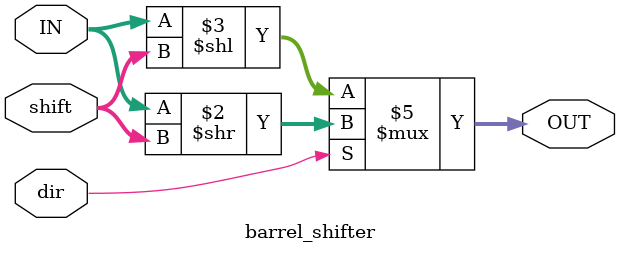
<source format=v>
module barrel_shifter(
  input [7:0]IN,
  output reg [7:0]OUT,
  input dir,//if 1 right shift //if 0 left shift
  input [2:0]shift //2^3=8
);

always @(*)begin
  if(dir)
    OUT  = IN>>shift;
  else
    OUT = IN<<shift;  
end
// rotate
// always @(*) begin
//   if (dir)   // rotate right
//     OUT = (IN >> shift) | (IN << (8 - shift));
//   else       // rotate left
//     OUT = (IN << shift) | (IN >> (8 - shift));
// end
endmodule
</source>
